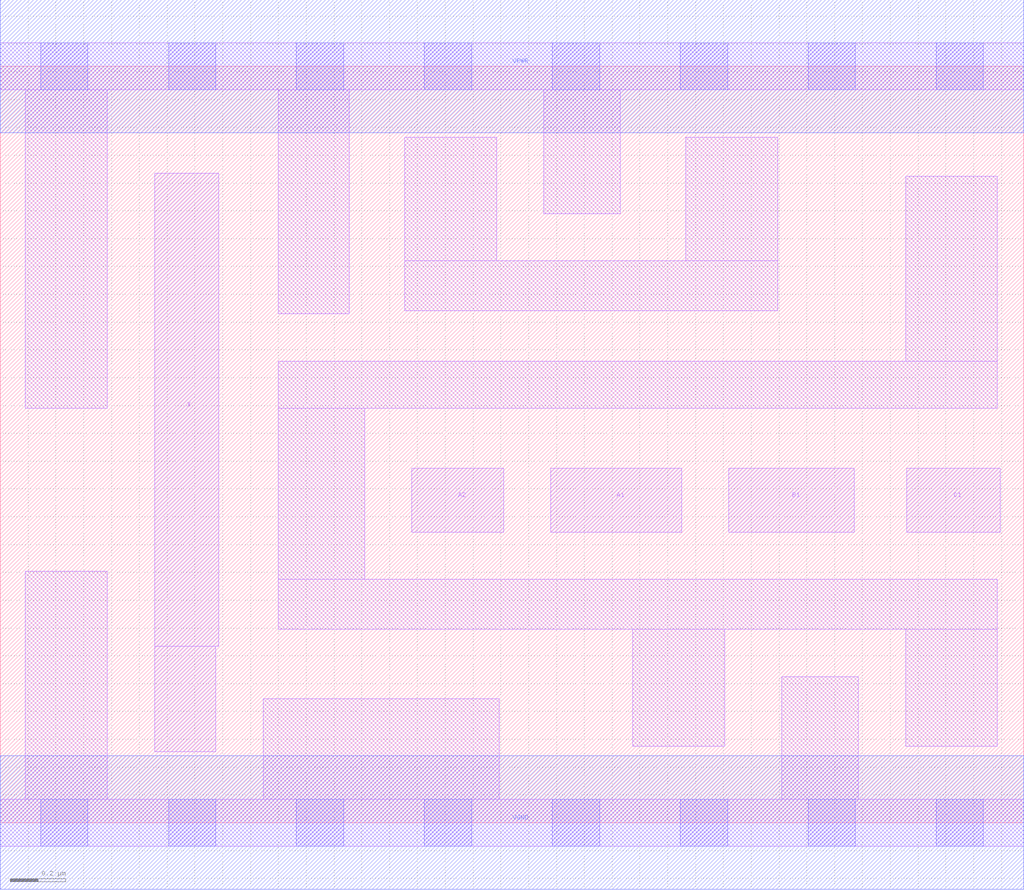
<source format=lef>
# Copyright 2020 The SkyWater PDK Authors
#
# Licensed under the Apache License, Version 2.0 (the "License");
# you may not use this file except in compliance with the License.
# You may obtain a copy of the License at
#
#     https://www.apache.org/licenses/LICENSE-2.0
#
# Unless required by applicable law or agreed to in writing, software
# distributed under the License is distributed on an "AS IS" BASIS,
# WITHOUT WARRANTIES OR CONDITIONS OF ANY KIND, either express or implied.
# See the License for the specific language governing permissions and
# limitations under the License.
#
# SPDX-License-Identifier: Apache-2.0

VERSION 5.7 ;
  NOWIREEXTENSIONATPIN ON ;
  DIVIDERCHAR "/" ;
  BUSBITCHARS "[]" ;
UNITS
  DATABASE MICRONS 200 ;
END UNITS
MACRO sky130_fd_sc_hd__a211o_2
  CLASS CORE ;
  FOREIGN sky130_fd_sc_hd__a211o_2 ;
  ORIGIN  0.000000  0.000000 ;
  SIZE  3.680000 BY  2.720000 ;
  SYMMETRY X Y R90 ;
  SITE unithd ;
  PIN A1
    ANTENNAGATEAREA  0.247500 ;
    DIRECTION INPUT ;
    USE SIGNAL ;
    PORT
      LAYER li1 ;
        RECT 1.980000 1.045000 2.450000 1.275000 ;
    END
  END A1
  PIN A2
    ANTENNAGATEAREA  0.247500 ;
    DIRECTION INPUT ;
    USE SIGNAL ;
    PORT
      LAYER li1 ;
        RECT 1.480000 1.045000 1.810000 1.275000 ;
    END
  END A2
  PIN B1
    ANTENNAGATEAREA  0.247500 ;
    DIRECTION INPUT ;
    USE SIGNAL ;
    PORT
      LAYER li1 ;
        RECT 2.620000 1.045000 3.070000 1.275000 ;
    END
  END B1
  PIN C1
    ANTENNAGATEAREA  0.247500 ;
    DIRECTION INPUT ;
    USE SIGNAL ;
    PORT
      LAYER li1 ;
        RECT 3.260000 1.045000 3.595000 1.275000 ;
    END
  END C1
  PIN X
    ANTENNADIFFAREA  0.452000 ;
    DIRECTION OUTPUT ;
    USE SIGNAL ;
    PORT
      LAYER li1 ;
        RECT 0.555000 0.255000 0.775000 0.635000 ;
        RECT 0.555000 0.635000 0.785000 2.335000 ;
    END
  END X
  PIN VGND
    DIRECTION INOUT ;
    SHAPE ABUTMENT ;
    USE GROUND ;
    PORT
      LAYER met1 ;
        RECT 0.000000 -0.240000 3.680000 0.240000 ;
    END
  END VGND
  PIN VPWR
    DIRECTION INOUT ;
    SHAPE ABUTMENT ;
    USE POWER ;
    PORT
      LAYER met1 ;
        RECT 0.000000 2.480000 3.680000 2.960000 ;
    END
  END VPWR
  OBS
    LAYER li1 ;
      RECT 0.000000 -0.085000 3.680000 0.085000 ;
      RECT 0.000000  2.635000 3.680000 2.805000 ;
      RECT 0.090000  0.085000 0.385000 0.905000 ;
      RECT 0.090000  1.490000 0.385000 2.635000 ;
      RECT 0.945000  0.085000 1.795000 0.445000 ;
      RECT 1.000000  0.695000 3.585000 0.875000 ;
      RECT 1.000000  0.875000 1.310000 1.490000 ;
      RECT 1.000000  1.490000 3.585000 1.660000 ;
      RECT 1.000000  1.830000 1.255000 2.635000 ;
      RECT 1.455000  1.840000 2.795000 2.020000 ;
      RECT 1.455000  2.020000 1.785000 2.465000 ;
      RECT 1.955000  2.190000 2.230000 2.635000 ;
      RECT 2.275000  0.275000 2.605000 0.695000 ;
      RECT 2.465000  2.020000 2.795000 2.465000 ;
      RECT 2.810000  0.085000 3.085000 0.525000 ;
      RECT 3.255000  0.275000 3.585000 0.695000 ;
      RECT 3.255000  1.660000 3.585000 2.325000 ;
    LAYER mcon ;
      RECT 0.145000 -0.085000 0.315000 0.085000 ;
      RECT 0.145000  2.635000 0.315000 2.805000 ;
      RECT 0.605000 -0.085000 0.775000 0.085000 ;
      RECT 0.605000  2.635000 0.775000 2.805000 ;
      RECT 1.065000 -0.085000 1.235000 0.085000 ;
      RECT 1.065000  2.635000 1.235000 2.805000 ;
      RECT 1.525000 -0.085000 1.695000 0.085000 ;
      RECT 1.525000  2.635000 1.695000 2.805000 ;
      RECT 1.985000 -0.085000 2.155000 0.085000 ;
      RECT 1.985000  2.635000 2.155000 2.805000 ;
      RECT 2.445000 -0.085000 2.615000 0.085000 ;
      RECT 2.445000  2.635000 2.615000 2.805000 ;
      RECT 2.905000 -0.085000 3.075000 0.085000 ;
      RECT 2.905000  2.635000 3.075000 2.805000 ;
      RECT 3.365000 -0.085000 3.535000 0.085000 ;
      RECT 3.365000  2.635000 3.535000 2.805000 ;
  END
END sky130_fd_sc_hd__a211o_2
END LIBRARY

</source>
